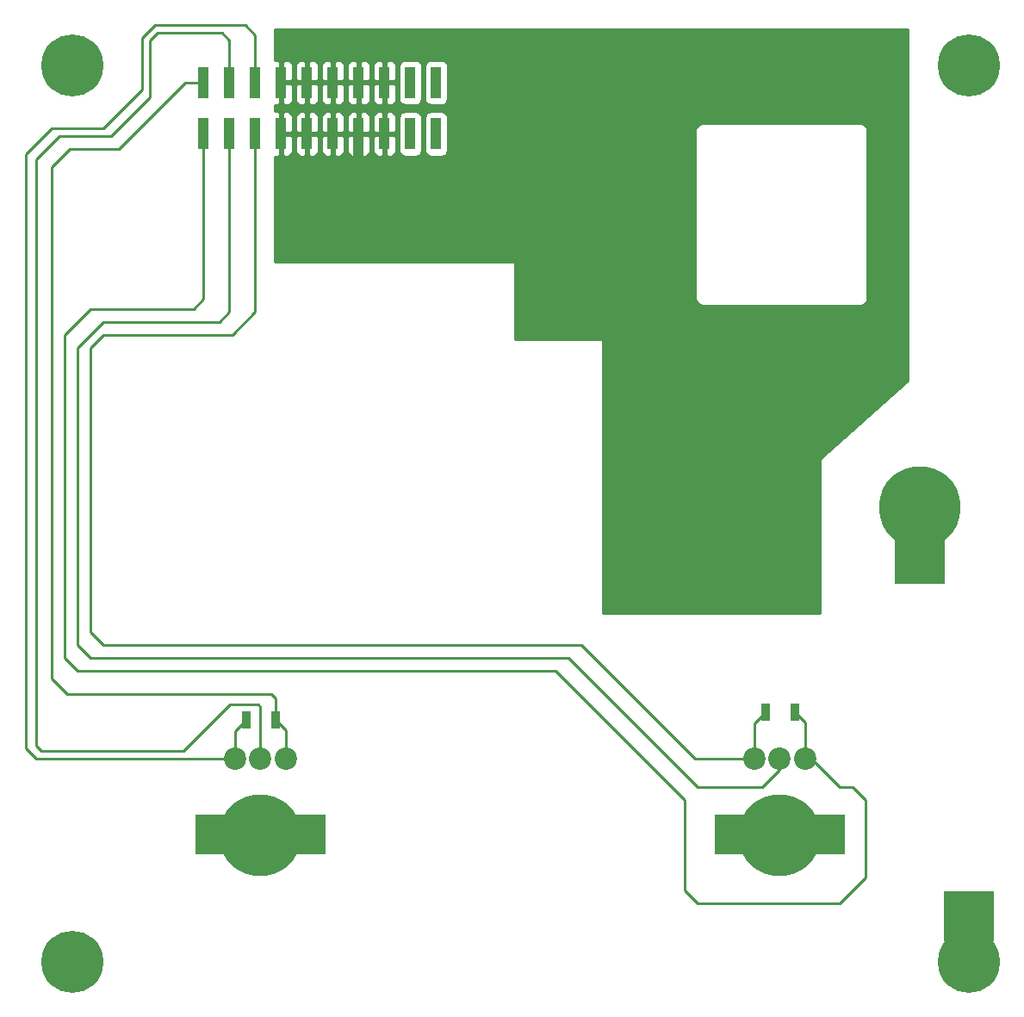
<source format=gbl>
G04 #@! TF.FileFunction,Copper,L2,Bot,Signal*
%FSLAX46Y46*%
G04 Gerber Fmt 4.6, Leading zero omitted, Abs format (unit mm)*
G04 Created by KiCad (PCBNEW 4.0.7) date 11/11/19 23:51:16*
%MOMM*%
%LPD*%
G01*
G04 APERTURE LIST*
%ADD10C,0.100000*%
%ADD11R,5.000000X5.000000*%
%ADD12C,8.000000*%
%ADD13R,4.000000X4.000000*%
%ADD14C,2.200000*%
%ADD15C,6.096000*%
%ADD16R,0.900000X1.700000*%
%ADD17R,1.000000X3.150000*%
%ADD18C,0.250000*%
%ADD19C,1.000000*%
%ADD20C,0.254000*%
G04 APERTURE END LIST*
D10*
D11*
X246507000Y-83896200D03*
D12*
X246507000Y-78816200D03*
X227711000Y-78816200D03*
X181711600Y-111023400D03*
D13*
X177297000Y-110959900D03*
X186118500Y-110959900D03*
D14*
X179197000Y-103530400D03*
X181697000Y-103530400D03*
X184197000Y-103530400D03*
X235251000Y-103530400D03*
X232751000Y-103530400D03*
X230251000Y-103530400D03*
D13*
X237172500Y-110959900D03*
X228351000Y-110959900D03*
D12*
X232765600Y-111023400D03*
D15*
X163245800Y-35382200D03*
X251333000Y-123469400D03*
X251333000Y-35382200D03*
X163245800Y-123469400D03*
D16*
X180287000Y-99695000D03*
X183187000Y-99695000D03*
X234241000Y-98933000D03*
X231341000Y-98933000D03*
D17*
X176123600Y-37022800D03*
X176123600Y-42072800D03*
X178663600Y-37022800D03*
X178663600Y-42072800D03*
X181203600Y-37022800D03*
X181203600Y-42072800D03*
X183743600Y-37022800D03*
X183743600Y-42072800D03*
X186283600Y-37022800D03*
X186283600Y-42072800D03*
X188823600Y-37022800D03*
X188823600Y-42072800D03*
X191363600Y-37022800D03*
X191363600Y-42072800D03*
X193903600Y-37022800D03*
X193903600Y-42072800D03*
X196443600Y-37022800D03*
X196443600Y-42072800D03*
X198983600Y-37022800D03*
X198983600Y-42072800D03*
D11*
X251333000Y-118999000D03*
D18*
X235251000Y-103530400D02*
X235864400Y-103530400D01*
X235864400Y-103530400D02*
X238633000Y-106299000D01*
X176123600Y-58318400D02*
X176123600Y-42072800D01*
X175133000Y-59309000D02*
X176123600Y-58318400D01*
X164973000Y-59309000D02*
X175133000Y-59309000D01*
X162433000Y-61849000D02*
X164973000Y-59309000D01*
X162433000Y-93599000D02*
X162433000Y-61849000D01*
X163703000Y-94869000D02*
X162433000Y-93599000D01*
X210693000Y-94869000D02*
X163703000Y-94869000D01*
X223393000Y-107569000D02*
X210693000Y-94869000D01*
X223393000Y-116459000D02*
X223393000Y-107569000D01*
X224663000Y-117729000D02*
X223393000Y-116459000D01*
X238633000Y-117729000D02*
X224663000Y-117729000D01*
X241173000Y-115189000D02*
X238633000Y-117729000D01*
X241173000Y-107569000D02*
X241173000Y-115189000D01*
X239903000Y-106299000D02*
X241173000Y-107569000D01*
X238633000Y-106299000D02*
X239903000Y-106299000D01*
X235251000Y-103530400D02*
X235251000Y-99943000D01*
X235251000Y-99943000D02*
X234241000Y-98933000D01*
X232751000Y-103530400D02*
X232751000Y-104561000D01*
X232751000Y-104561000D02*
X231013000Y-106299000D01*
X231013000Y-106299000D02*
X224663000Y-106299000D01*
X224663000Y-106299000D02*
X211963000Y-93599000D01*
X211963000Y-93599000D02*
X164973000Y-93599000D01*
X164973000Y-93599000D02*
X163703000Y-92329000D01*
X163703000Y-92329000D02*
X163703000Y-63119000D01*
X163703000Y-63119000D02*
X166243000Y-60579000D01*
X166243000Y-60579000D02*
X177673000Y-60579000D01*
X177673000Y-60579000D02*
X178663600Y-59588400D01*
X178663600Y-59588400D02*
X178663600Y-42072800D01*
X230251000Y-103530400D02*
X230251000Y-100023000D01*
X230251000Y-100023000D02*
X231341000Y-98933000D01*
X230251000Y-103530400D02*
X224434400Y-103530400D01*
X181203600Y-59588400D02*
X181203600Y-42072800D01*
X178943000Y-61849000D02*
X181203600Y-59588400D01*
X166243000Y-61849000D02*
X178943000Y-61849000D01*
X164973000Y-63119000D02*
X166243000Y-61849000D01*
X164973000Y-91059000D02*
X164973000Y-63119000D01*
X166243000Y-92329000D02*
X164973000Y-91059000D01*
X213233000Y-92329000D02*
X166243000Y-92329000D01*
X224434400Y-103530400D02*
X213233000Y-92329000D01*
X246507000Y-78816200D02*
X246507000Y-83896200D01*
D19*
X191363600Y-42072800D02*
X191363600Y-47345600D01*
X227711000Y-65913000D02*
X227711000Y-78816200D01*
X212217000Y-50419000D02*
X227711000Y-65913000D01*
X194437000Y-50419000D02*
X212217000Y-50419000D01*
X191363600Y-47345600D02*
X194437000Y-50419000D01*
D18*
X179197000Y-103530400D02*
X179197000Y-100785000D01*
X179197000Y-100785000D02*
X180287000Y-99695000D01*
X179197000Y-103530400D02*
X159664400Y-103530400D01*
X181203600Y-32359600D02*
X181203600Y-37022800D01*
X180213000Y-31369000D02*
X181203600Y-32359600D01*
X171323000Y-31369000D02*
X180213000Y-31369000D01*
X170053000Y-32639000D02*
X171323000Y-31369000D01*
X170053000Y-37719000D02*
X170053000Y-32639000D01*
X166243000Y-41529000D02*
X170053000Y-37719000D01*
X161163000Y-41529000D02*
X166243000Y-41529000D01*
X158623000Y-44069000D02*
X161163000Y-41529000D01*
X158623000Y-102489000D02*
X158623000Y-44069000D01*
X159664400Y-103530400D02*
X158623000Y-102489000D01*
X183187000Y-99695000D02*
X183187000Y-97589000D01*
X174305200Y-37022800D02*
X176123600Y-37022800D01*
X167767000Y-43561000D02*
X174305200Y-37022800D01*
X162941000Y-43561000D02*
X167767000Y-43561000D01*
X161163000Y-45339000D02*
X162941000Y-43561000D01*
X161163000Y-95631000D02*
X161163000Y-45339000D01*
X162687000Y-97155000D02*
X161163000Y-95631000D01*
X182753000Y-97155000D02*
X162687000Y-97155000D01*
X183187000Y-97589000D02*
X182753000Y-97155000D01*
X184197000Y-103530400D02*
X184197000Y-100705000D01*
X184197000Y-100705000D02*
X183187000Y-99695000D01*
X181697000Y-103530400D02*
X181697000Y-98385000D01*
X178663600Y-32867600D02*
X178663600Y-37022800D01*
X177927000Y-32131000D02*
X178663600Y-32867600D01*
X171577000Y-32131000D02*
X177927000Y-32131000D01*
X170815000Y-32893000D02*
X171577000Y-32131000D01*
X170815000Y-38481000D02*
X170815000Y-32893000D01*
X167005000Y-42291000D02*
X170815000Y-38481000D01*
X161925000Y-42291000D02*
X167005000Y-42291000D01*
X159639000Y-44577000D02*
X161925000Y-42291000D01*
X159639000Y-102235000D02*
X159639000Y-44577000D01*
X160147000Y-102743000D02*
X159639000Y-102235000D01*
X174117000Y-102743000D02*
X160147000Y-102743000D01*
X178689000Y-98171000D02*
X174117000Y-102743000D01*
X181483000Y-98171000D02*
X178689000Y-98171000D01*
X181697000Y-98385000D02*
X181483000Y-98171000D01*
D20*
G36*
X245364000Y-66363689D02*
X236770974Y-73945771D01*
X236740545Y-73985964D01*
X236728000Y-74041000D01*
X236728000Y-89154000D01*
X215392000Y-89154000D01*
X215392000Y-62357000D01*
X215381994Y-62307590D01*
X215353553Y-62265965D01*
X215311159Y-62238685D01*
X215265000Y-62230000D01*
X206756000Y-62230000D01*
X206756000Y-54737000D01*
X206745994Y-54687590D01*
X206717553Y-54645965D01*
X206675159Y-54618685D01*
X206629000Y-54610000D01*
X183134000Y-54610000D01*
X183134000Y-44282800D01*
X183457850Y-44282800D01*
X183616600Y-44124050D01*
X183616600Y-42199800D01*
X183870600Y-42199800D01*
X183870600Y-44124050D01*
X184029350Y-44282800D01*
X184369910Y-44282800D01*
X184603299Y-44186127D01*
X184781927Y-44007498D01*
X184878600Y-43774109D01*
X184878600Y-42358550D01*
X185148600Y-42358550D01*
X185148600Y-43774109D01*
X185245273Y-44007498D01*
X185423901Y-44186127D01*
X185657290Y-44282800D01*
X185997850Y-44282800D01*
X186156600Y-44124050D01*
X186156600Y-42199800D01*
X186410600Y-42199800D01*
X186410600Y-44124050D01*
X186569350Y-44282800D01*
X186909910Y-44282800D01*
X187143299Y-44186127D01*
X187321927Y-44007498D01*
X187418600Y-43774109D01*
X187418600Y-42358550D01*
X187688600Y-42358550D01*
X187688600Y-43774109D01*
X187785273Y-44007498D01*
X187963901Y-44186127D01*
X188197290Y-44282800D01*
X188537850Y-44282800D01*
X188696600Y-44124050D01*
X188696600Y-42199800D01*
X188950600Y-42199800D01*
X188950600Y-44124050D01*
X189109350Y-44282800D01*
X189449910Y-44282800D01*
X189683299Y-44186127D01*
X189861927Y-44007498D01*
X189958600Y-43774109D01*
X189958600Y-42358550D01*
X190228600Y-42358550D01*
X190228600Y-43774109D01*
X190325273Y-44007498D01*
X190503901Y-44186127D01*
X190737290Y-44282800D01*
X191077850Y-44282800D01*
X191236600Y-44124050D01*
X191236600Y-42199800D01*
X191490600Y-42199800D01*
X191490600Y-44124050D01*
X191649350Y-44282800D01*
X191989910Y-44282800D01*
X192223299Y-44186127D01*
X192401927Y-44007498D01*
X192498600Y-43774109D01*
X192498600Y-42358550D01*
X192768600Y-42358550D01*
X192768600Y-43774109D01*
X192865273Y-44007498D01*
X193043901Y-44186127D01*
X193277290Y-44282800D01*
X193617850Y-44282800D01*
X193776600Y-44124050D01*
X193776600Y-42199800D01*
X194030600Y-42199800D01*
X194030600Y-44124050D01*
X194189350Y-44282800D01*
X194529910Y-44282800D01*
X194763299Y-44186127D01*
X194941927Y-44007498D01*
X195038600Y-43774109D01*
X195038600Y-42358550D01*
X194879850Y-42199800D01*
X194030600Y-42199800D01*
X193776600Y-42199800D01*
X192927350Y-42199800D01*
X192768600Y-42358550D01*
X192498600Y-42358550D01*
X192339850Y-42199800D01*
X191490600Y-42199800D01*
X191236600Y-42199800D01*
X190387350Y-42199800D01*
X190228600Y-42358550D01*
X189958600Y-42358550D01*
X189799850Y-42199800D01*
X188950600Y-42199800D01*
X188696600Y-42199800D01*
X187847350Y-42199800D01*
X187688600Y-42358550D01*
X187418600Y-42358550D01*
X187259850Y-42199800D01*
X186410600Y-42199800D01*
X186156600Y-42199800D01*
X185307350Y-42199800D01*
X185148600Y-42358550D01*
X184878600Y-42358550D01*
X184719850Y-42199800D01*
X183870600Y-42199800D01*
X183616600Y-42199800D01*
X183596600Y-42199800D01*
X183596600Y-41945800D01*
X183616600Y-41945800D01*
X183616600Y-40021550D01*
X183870600Y-40021550D01*
X183870600Y-41945800D01*
X184719850Y-41945800D01*
X184878600Y-41787050D01*
X184878600Y-40371491D01*
X185148600Y-40371491D01*
X185148600Y-41787050D01*
X185307350Y-41945800D01*
X186156600Y-41945800D01*
X186156600Y-40021550D01*
X186410600Y-40021550D01*
X186410600Y-41945800D01*
X187259850Y-41945800D01*
X187418600Y-41787050D01*
X187418600Y-40371491D01*
X187688600Y-40371491D01*
X187688600Y-41787050D01*
X187847350Y-41945800D01*
X188696600Y-41945800D01*
X188696600Y-40021550D01*
X188950600Y-40021550D01*
X188950600Y-41945800D01*
X189799850Y-41945800D01*
X189958600Y-41787050D01*
X189958600Y-40371491D01*
X190228600Y-40371491D01*
X190228600Y-41787050D01*
X190387350Y-41945800D01*
X191236600Y-41945800D01*
X191236600Y-40021550D01*
X191490600Y-40021550D01*
X191490600Y-41945800D01*
X192339850Y-41945800D01*
X192498600Y-41787050D01*
X192498600Y-40371491D01*
X192768600Y-40371491D01*
X192768600Y-41787050D01*
X192927350Y-41945800D01*
X193776600Y-41945800D01*
X193776600Y-40021550D01*
X194030600Y-40021550D01*
X194030600Y-41945800D01*
X194879850Y-41945800D01*
X195038600Y-41787050D01*
X195038600Y-40497800D01*
X195296160Y-40497800D01*
X195296160Y-43647800D01*
X195340438Y-43883117D01*
X195479510Y-44099241D01*
X195691710Y-44244231D01*
X195943600Y-44295240D01*
X196943600Y-44295240D01*
X197178917Y-44250962D01*
X197395041Y-44111890D01*
X197540031Y-43899690D01*
X197591040Y-43647800D01*
X197591040Y-40497800D01*
X197836160Y-40497800D01*
X197836160Y-43647800D01*
X197880438Y-43883117D01*
X198019510Y-44099241D01*
X198231710Y-44244231D01*
X198483600Y-44295240D01*
X199483600Y-44295240D01*
X199718917Y-44250962D01*
X199935041Y-44111890D01*
X200080031Y-43899690D01*
X200131040Y-43647800D01*
X200131040Y-41732200D01*
X224461000Y-41732200D01*
X224461000Y-58242200D01*
X224515046Y-58513905D01*
X224668954Y-58744246D01*
X224899295Y-58898154D01*
X225171000Y-58952200D01*
X240665000Y-58952200D01*
X240936705Y-58898154D01*
X241167046Y-58744246D01*
X241320954Y-58513905D01*
X241375000Y-58242200D01*
X241372474Y-58229500D01*
X241375000Y-58216800D01*
X241375000Y-41732200D01*
X241320954Y-41460495D01*
X241167046Y-41230154D01*
X240936705Y-41076246D01*
X240665000Y-41022200D01*
X225171000Y-41022200D01*
X224899295Y-41076246D01*
X224668954Y-41230154D01*
X224515046Y-41460495D01*
X224461000Y-41732200D01*
X200131040Y-41732200D01*
X200131040Y-40497800D01*
X200086762Y-40262483D01*
X199947690Y-40046359D01*
X199735490Y-39901369D01*
X199483600Y-39850360D01*
X198483600Y-39850360D01*
X198248283Y-39894638D01*
X198032159Y-40033710D01*
X197887169Y-40245910D01*
X197836160Y-40497800D01*
X197591040Y-40497800D01*
X197546762Y-40262483D01*
X197407690Y-40046359D01*
X197195490Y-39901369D01*
X196943600Y-39850360D01*
X195943600Y-39850360D01*
X195708283Y-39894638D01*
X195492159Y-40033710D01*
X195347169Y-40245910D01*
X195296160Y-40497800D01*
X195038600Y-40497800D01*
X195038600Y-40371491D01*
X194941927Y-40138102D01*
X194763299Y-39959473D01*
X194529910Y-39862800D01*
X194189350Y-39862800D01*
X194030600Y-40021550D01*
X193776600Y-40021550D01*
X193617850Y-39862800D01*
X193277290Y-39862800D01*
X193043901Y-39959473D01*
X192865273Y-40138102D01*
X192768600Y-40371491D01*
X192498600Y-40371491D01*
X192401927Y-40138102D01*
X192223299Y-39959473D01*
X191989910Y-39862800D01*
X191649350Y-39862800D01*
X191490600Y-40021550D01*
X191236600Y-40021550D01*
X191077850Y-39862800D01*
X190737290Y-39862800D01*
X190503901Y-39959473D01*
X190325273Y-40138102D01*
X190228600Y-40371491D01*
X189958600Y-40371491D01*
X189861927Y-40138102D01*
X189683299Y-39959473D01*
X189449910Y-39862800D01*
X189109350Y-39862800D01*
X188950600Y-40021550D01*
X188696600Y-40021550D01*
X188537850Y-39862800D01*
X188197290Y-39862800D01*
X187963901Y-39959473D01*
X187785273Y-40138102D01*
X187688600Y-40371491D01*
X187418600Y-40371491D01*
X187321927Y-40138102D01*
X187143299Y-39959473D01*
X186909910Y-39862800D01*
X186569350Y-39862800D01*
X186410600Y-40021550D01*
X186156600Y-40021550D01*
X185997850Y-39862800D01*
X185657290Y-39862800D01*
X185423901Y-39959473D01*
X185245273Y-40138102D01*
X185148600Y-40371491D01*
X184878600Y-40371491D01*
X184781927Y-40138102D01*
X184603299Y-39959473D01*
X184369910Y-39862800D01*
X184029350Y-39862800D01*
X183870600Y-40021550D01*
X183616600Y-40021550D01*
X183457850Y-39862800D01*
X183134000Y-39862800D01*
X183134000Y-39232800D01*
X183457850Y-39232800D01*
X183616600Y-39074050D01*
X183616600Y-37149800D01*
X183870600Y-37149800D01*
X183870600Y-39074050D01*
X184029350Y-39232800D01*
X184369910Y-39232800D01*
X184603299Y-39136127D01*
X184781927Y-38957498D01*
X184878600Y-38724109D01*
X184878600Y-37308550D01*
X185148600Y-37308550D01*
X185148600Y-38724109D01*
X185245273Y-38957498D01*
X185423901Y-39136127D01*
X185657290Y-39232800D01*
X185997850Y-39232800D01*
X186156600Y-39074050D01*
X186156600Y-37149800D01*
X186410600Y-37149800D01*
X186410600Y-39074050D01*
X186569350Y-39232800D01*
X186909910Y-39232800D01*
X187143299Y-39136127D01*
X187321927Y-38957498D01*
X187418600Y-38724109D01*
X187418600Y-37308550D01*
X187688600Y-37308550D01*
X187688600Y-38724109D01*
X187785273Y-38957498D01*
X187963901Y-39136127D01*
X188197290Y-39232800D01*
X188537850Y-39232800D01*
X188696600Y-39074050D01*
X188696600Y-37149800D01*
X188950600Y-37149800D01*
X188950600Y-39074050D01*
X189109350Y-39232800D01*
X189449910Y-39232800D01*
X189683299Y-39136127D01*
X189861927Y-38957498D01*
X189958600Y-38724109D01*
X189958600Y-37308550D01*
X190228600Y-37308550D01*
X190228600Y-38724109D01*
X190325273Y-38957498D01*
X190503901Y-39136127D01*
X190737290Y-39232800D01*
X191077850Y-39232800D01*
X191236600Y-39074050D01*
X191236600Y-37149800D01*
X191490600Y-37149800D01*
X191490600Y-39074050D01*
X191649350Y-39232800D01*
X191989910Y-39232800D01*
X192223299Y-39136127D01*
X192401927Y-38957498D01*
X192498600Y-38724109D01*
X192498600Y-37308550D01*
X192768600Y-37308550D01*
X192768600Y-38724109D01*
X192865273Y-38957498D01*
X193043901Y-39136127D01*
X193277290Y-39232800D01*
X193617850Y-39232800D01*
X193776600Y-39074050D01*
X193776600Y-37149800D01*
X194030600Y-37149800D01*
X194030600Y-39074050D01*
X194189350Y-39232800D01*
X194529910Y-39232800D01*
X194763299Y-39136127D01*
X194941927Y-38957498D01*
X195038600Y-38724109D01*
X195038600Y-37308550D01*
X194879850Y-37149800D01*
X194030600Y-37149800D01*
X193776600Y-37149800D01*
X192927350Y-37149800D01*
X192768600Y-37308550D01*
X192498600Y-37308550D01*
X192339850Y-37149800D01*
X191490600Y-37149800D01*
X191236600Y-37149800D01*
X190387350Y-37149800D01*
X190228600Y-37308550D01*
X189958600Y-37308550D01*
X189799850Y-37149800D01*
X188950600Y-37149800D01*
X188696600Y-37149800D01*
X187847350Y-37149800D01*
X187688600Y-37308550D01*
X187418600Y-37308550D01*
X187259850Y-37149800D01*
X186410600Y-37149800D01*
X186156600Y-37149800D01*
X185307350Y-37149800D01*
X185148600Y-37308550D01*
X184878600Y-37308550D01*
X184719850Y-37149800D01*
X183870600Y-37149800D01*
X183616600Y-37149800D01*
X183596600Y-37149800D01*
X183596600Y-36895800D01*
X183616600Y-36895800D01*
X183616600Y-34971550D01*
X183870600Y-34971550D01*
X183870600Y-36895800D01*
X184719850Y-36895800D01*
X184878600Y-36737050D01*
X184878600Y-35321491D01*
X185148600Y-35321491D01*
X185148600Y-36737050D01*
X185307350Y-36895800D01*
X186156600Y-36895800D01*
X186156600Y-34971550D01*
X186410600Y-34971550D01*
X186410600Y-36895800D01*
X187259850Y-36895800D01*
X187418600Y-36737050D01*
X187418600Y-35321491D01*
X187688600Y-35321491D01*
X187688600Y-36737050D01*
X187847350Y-36895800D01*
X188696600Y-36895800D01*
X188696600Y-34971550D01*
X188950600Y-34971550D01*
X188950600Y-36895800D01*
X189799850Y-36895800D01*
X189958600Y-36737050D01*
X189958600Y-35321491D01*
X190228600Y-35321491D01*
X190228600Y-36737050D01*
X190387350Y-36895800D01*
X191236600Y-36895800D01*
X191236600Y-34971550D01*
X191490600Y-34971550D01*
X191490600Y-36895800D01*
X192339850Y-36895800D01*
X192498600Y-36737050D01*
X192498600Y-35321491D01*
X192768600Y-35321491D01*
X192768600Y-36737050D01*
X192927350Y-36895800D01*
X193776600Y-36895800D01*
X193776600Y-34971550D01*
X194030600Y-34971550D01*
X194030600Y-36895800D01*
X194879850Y-36895800D01*
X195038600Y-36737050D01*
X195038600Y-35447800D01*
X195296160Y-35447800D01*
X195296160Y-38597800D01*
X195340438Y-38833117D01*
X195479510Y-39049241D01*
X195691710Y-39194231D01*
X195943600Y-39245240D01*
X196943600Y-39245240D01*
X197178917Y-39200962D01*
X197395041Y-39061890D01*
X197540031Y-38849690D01*
X197591040Y-38597800D01*
X197591040Y-35447800D01*
X197836160Y-35447800D01*
X197836160Y-38597800D01*
X197880438Y-38833117D01*
X198019510Y-39049241D01*
X198231710Y-39194231D01*
X198483600Y-39245240D01*
X199483600Y-39245240D01*
X199718917Y-39200962D01*
X199935041Y-39061890D01*
X200080031Y-38849690D01*
X200131040Y-38597800D01*
X200131040Y-35447800D01*
X200086762Y-35212483D01*
X199947690Y-34996359D01*
X199735490Y-34851369D01*
X199483600Y-34800360D01*
X198483600Y-34800360D01*
X198248283Y-34844638D01*
X198032159Y-34983710D01*
X197887169Y-35195910D01*
X197836160Y-35447800D01*
X197591040Y-35447800D01*
X197546762Y-35212483D01*
X197407690Y-34996359D01*
X197195490Y-34851369D01*
X196943600Y-34800360D01*
X195943600Y-34800360D01*
X195708283Y-34844638D01*
X195492159Y-34983710D01*
X195347169Y-35195910D01*
X195296160Y-35447800D01*
X195038600Y-35447800D01*
X195038600Y-35321491D01*
X194941927Y-35088102D01*
X194763299Y-34909473D01*
X194529910Y-34812800D01*
X194189350Y-34812800D01*
X194030600Y-34971550D01*
X193776600Y-34971550D01*
X193617850Y-34812800D01*
X193277290Y-34812800D01*
X193043901Y-34909473D01*
X192865273Y-35088102D01*
X192768600Y-35321491D01*
X192498600Y-35321491D01*
X192401927Y-35088102D01*
X192223299Y-34909473D01*
X191989910Y-34812800D01*
X191649350Y-34812800D01*
X191490600Y-34971550D01*
X191236600Y-34971550D01*
X191077850Y-34812800D01*
X190737290Y-34812800D01*
X190503901Y-34909473D01*
X190325273Y-35088102D01*
X190228600Y-35321491D01*
X189958600Y-35321491D01*
X189861927Y-35088102D01*
X189683299Y-34909473D01*
X189449910Y-34812800D01*
X189109350Y-34812800D01*
X188950600Y-34971550D01*
X188696600Y-34971550D01*
X188537850Y-34812800D01*
X188197290Y-34812800D01*
X187963901Y-34909473D01*
X187785273Y-35088102D01*
X187688600Y-35321491D01*
X187418600Y-35321491D01*
X187321927Y-35088102D01*
X187143299Y-34909473D01*
X186909910Y-34812800D01*
X186569350Y-34812800D01*
X186410600Y-34971550D01*
X186156600Y-34971550D01*
X185997850Y-34812800D01*
X185657290Y-34812800D01*
X185423901Y-34909473D01*
X185245273Y-35088102D01*
X185148600Y-35321491D01*
X184878600Y-35321491D01*
X184781927Y-35088102D01*
X184603299Y-34909473D01*
X184369910Y-34812800D01*
X184029350Y-34812800D01*
X183870600Y-34971550D01*
X183616600Y-34971550D01*
X183457850Y-34812800D01*
X183134000Y-34812800D01*
X183134000Y-31750000D01*
X245364000Y-31750000D01*
X245364000Y-66363689D01*
X245364000Y-66363689D01*
G37*
X245364000Y-66363689D02*
X236770974Y-73945771D01*
X236740545Y-73985964D01*
X236728000Y-74041000D01*
X236728000Y-89154000D01*
X215392000Y-89154000D01*
X215392000Y-62357000D01*
X215381994Y-62307590D01*
X215353553Y-62265965D01*
X215311159Y-62238685D01*
X215265000Y-62230000D01*
X206756000Y-62230000D01*
X206756000Y-54737000D01*
X206745994Y-54687590D01*
X206717553Y-54645965D01*
X206675159Y-54618685D01*
X206629000Y-54610000D01*
X183134000Y-54610000D01*
X183134000Y-44282800D01*
X183457850Y-44282800D01*
X183616600Y-44124050D01*
X183616600Y-42199800D01*
X183870600Y-42199800D01*
X183870600Y-44124050D01*
X184029350Y-44282800D01*
X184369910Y-44282800D01*
X184603299Y-44186127D01*
X184781927Y-44007498D01*
X184878600Y-43774109D01*
X184878600Y-42358550D01*
X185148600Y-42358550D01*
X185148600Y-43774109D01*
X185245273Y-44007498D01*
X185423901Y-44186127D01*
X185657290Y-44282800D01*
X185997850Y-44282800D01*
X186156600Y-44124050D01*
X186156600Y-42199800D01*
X186410600Y-42199800D01*
X186410600Y-44124050D01*
X186569350Y-44282800D01*
X186909910Y-44282800D01*
X187143299Y-44186127D01*
X187321927Y-44007498D01*
X187418600Y-43774109D01*
X187418600Y-42358550D01*
X187688600Y-42358550D01*
X187688600Y-43774109D01*
X187785273Y-44007498D01*
X187963901Y-44186127D01*
X188197290Y-44282800D01*
X188537850Y-44282800D01*
X188696600Y-44124050D01*
X188696600Y-42199800D01*
X188950600Y-42199800D01*
X188950600Y-44124050D01*
X189109350Y-44282800D01*
X189449910Y-44282800D01*
X189683299Y-44186127D01*
X189861927Y-44007498D01*
X189958600Y-43774109D01*
X189958600Y-42358550D01*
X190228600Y-42358550D01*
X190228600Y-43774109D01*
X190325273Y-44007498D01*
X190503901Y-44186127D01*
X190737290Y-44282800D01*
X191077850Y-44282800D01*
X191236600Y-44124050D01*
X191236600Y-42199800D01*
X191490600Y-42199800D01*
X191490600Y-44124050D01*
X191649350Y-44282800D01*
X191989910Y-44282800D01*
X192223299Y-44186127D01*
X192401927Y-44007498D01*
X192498600Y-43774109D01*
X192498600Y-42358550D01*
X192768600Y-42358550D01*
X192768600Y-43774109D01*
X192865273Y-44007498D01*
X193043901Y-44186127D01*
X193277290Y-44282800D01*
X193617850Y-44282800D01*
X193776600Y-44124050D01*
X193776600Y-42199800D01*
X194030600Y-42199800D01*
X194030600Y-44124050D01*
X194189350Y-44282800D01*
X194529910Y-44282800D01*
X194763299Y-44186127D01*
X194941927Y-44007498D01*
X195038600Y-43774109D01*
X195038600Y-42358550D01*
X194879850Y-42199800D01*
X194030600Y-42199800D01*
X193776600Y-42199800D01*
X192927350Y-42199800D01*
X192768600Y-42358550D01*
X192498600Y-42358550D01*
X192339850Y-42199800D01*
X191490600Y-42199800D01*
X191236600Y-42199800D01*
X190387350Y-42199800D01*
X190228600Y-42358550D01*
X189958600Y-42358550D01*
X189799850Y-42199800D01*
X188950600Y-42199800D01*
X188696600Y-42199800D01*
X187847350Y-42199800D01*
X187688600Y-42358550D01*
X187418600Y-42358550D01*
X187259850Y-42199800D01*
X186410600Y-42199800D01*
X186156600Y-42199800D01*
X185307350Y-42199800D01*
X185148600Y-42358550D01*
X184878600Y-42358550D01*
X184719850Y-42199800D01*
X183870600Y-42199800D01*
X183616600Y-42199800D01*
X183596600Y-42199800D01*
X183596600Y-41945800D01*
X183616600Y-41945800D01*
X183616600Y-40021550D01*
X183870600Y-40021550D01*
X183870600Y-41945800D01*
X184719850Y-41945800D01*
X184878600Y-41787050D01*
X184878600Y-40371491D01*
X185148600Y-40371491D01*
X185148600Y-41787050D01*
X185307350Y-41945800D01*
X186156600Y-41945800D01*
X186156600Y-40021550D01*
X186410600Y-40021550D01*
X186410600Y-41945800D01*
X187259850Y-41945800D01*
X187418600Y-41787050D01*
X187418600Y-40371491D01*
X187688600Y-40371491D01*
X187688600Y-41787050D01*
X187847350Y-41945800D01*
X188696600Y-41945800D01*
X188696600Y-40021550D01*
X188950600Y-40021550D01*
X188950600Y-41945800D01*
X189799850Y-41945800D01*
X189958600Y-41787050D01*
X189958600Y-40371491D01*
X190228600Y-40371491D01*
X190228600Y-41787050D01*
X190387350Y-41945800D01*
X191236600Y-41945800D01*
X191236600Y-40021550D01*
X191490600Y-40021550D01*
X191490600Y-41945800D01*
X192339850Y-41945800D01*
X192498600Y-41787050D01*
X192498600Y-40371491D01*
X192768600Y-40371491D01*
X192768600Y-41787050D01*
X192927350Y-41945800D01*
X193776600Y-41945800D01*
X193776600Y-40021550D01*
X194030600Y-40021550D01*
X194030600Y-41945800D01*
X194879850Y-41945800D01*
X195038600Y-41787050D01*
X195038600Y-40497800D01*
X195296160Y-40497800D01*
X195296160Y-43647800D01*
X195340438Y-43883117D01*
X195479510Y-44099241D01*
X195691710Y-44244231D01*
X195943600Y-44295240D01*
X196943600Y-44295240D01*
X197178917Y-44250962D01*
X197395041Y-44111890D01*
X197540031Y-43899690D01*
X197591040Y-43647800D01*
X197591040Y-40497800D01*
X197836160Y-40497800D01*
X197836160Y-43647800D01*
X197880438Y-43883117D01*
X198019510Y-44099241D01*
X198231710Y-44244231D01*
X198483600Y-44295240D01*
X199483600Y-44295240D01*
X199718917Y-44250962D01*
X199935041Y-44111890D01*
X200080031Y-43899690D01*
X200131040Y-43647800D01*
X200131040Y-41732200D01*
X224461000Y-41732200D01*
X224461000Y-58242200D01*
X224515046Y-58513905D01*
X224668954Y-58744246D01*
X224899295Y-58898154D01*
X225171000Y-58952200D01*
X240665000Y-58952200D01*
X240936705Y-58898154D01*
X241167046Y-58744246D01*
X241320954Y-58513905D01*
X241375000Y-58242200D01*
X241372474Y-58229500D01*
X241375000Y-58216800D01*
X241375000Y-41732200D01*
X241320954Y-41460495D01*
X241167046Y-41230154D01*
X240936705Y-41076246D01*
X240665000Y-41022200D01*
X225171000Y-41022200D01*
X224899295Y-41076246D01*
X224668954Y-41230154D01*
X224515046Y-41460495D01*
X224461000Y-41732200D01*
X200131040Y-41732200D01*
X200131040Y-40497800D01*
X200086762Y-40262483D01*
X199947690Y-40046359D01*
X199735490Y-39901369D01*
X199483600Y-39850360D01*
X198483600Y-39850360D01*
X198248283Y-39894638D01*
X198032159Y-40033710D01*
X197887169Y-40245910D01*
X197836160Y-40497800D01*
X197591040Y-40497800D01*
X197546762Y-40262483D01*
X197407690Y-40046359D01*
X197195490Y-39901369D01*
X196943600Y-39850360D01*
X195943600Y-39850360D01*
X195708283Y-39894638D01*
X195492159Y-40033710D01*
X195347169Y-40245910D01*
X195296160Y-40497800D01*
X195038600Y-40497800D01*
X195038600Y-40371491D01*
X194941927Y-40138102D01*
X194763299Y-39959473D01*
X194529910Y-39862800D01*
X194189350Y-39862800D01*
X194030600Y-40021550D01*
X193776600Y-40021550D01*
X193617850Y-39862800D01*
X193277290Y-39862800D01*
X193043901Y-39959473D01*
X192865273Y-40138102D01*
X192768600Y-40371491D01*
X192498600Y-40371491D01*
X192401927Y-40138102D01*
X192223299Y-39959473D01*
X191989910Y-39862800D01*
X191649350Y-39862800D01*
X191490600Y-40021550D01*
X191236600Y-40021550D01*
X191077850Y-39862800D01*
X190737290Y-39862800D01*
X190503901Y-39959473D01*
X190325273Y-40138102D01*
X190228600Y-40371491D01*
X189958600Y-40371491D01*
X189861927Y-40138102D01*
X189683299Y-39959473D01*
X189449910Y-39862800D01*
X189109350Y-39862800D01*
X188950600Y-40021550D01*
X188696600Y-40021550D01*
X188537850Y-39862800D01*
X188197290Y-39862800D01*
X187963901Y-39959473D01*
X187785273Y-40138102D01*
X187688600Y-40371491D01*
X187418600Y-40371491D01*
X187321927Y-40138102D01*
X187143299Y-39959473D01*
X186909910Y-39862800D01*
X186569350Y-39862800D01*
X186410600Y-40021550D01*
X186156600Y-40021550D01*
X185997850Y-39862800D01*
X185657290Y-39862800D01*
X185423901Y-39959473D01*
X185245273Y-40138102D01*
X185148600Y-40371491D01*
X184878600Y-40371491D01*
X184781927Y-40138102D01*
X184603299Y-39959473D01*
X184369910Y-39862800D01*
X184029350Y-39862800D01*
X183870600Y-40021550D01*
X183616600Y-40021550D01*
X183457850Y-39862800D01*
X183134000Y-39862800D01*
X183134000Y-39232800D01*
X183457850Y-39232800D01*
X183616600Y-39074050D01*
X183616600Y-37149800D01*
X183870600Y-37149800D01*
X183870600Y-39074050D01*
X184029350Y-39232800D01*
X184369910Y-39232800D01*
X184603299Y-39136127D01*
X184781927Y-38957498D01*
X184878600Y-38724109D01*
X184878600Y-37308550D01*
X185148600Y-37308550D01*
X185148600Y-38724109D01*
X185245273Y-38957498D01*
X185423901Y-39136127D01*
X185657290Y-39232800D01*
X185997850Y-39232800D01*
X186156600Y-39074050D01*
X186156600Y-37149800D01*
X186410600Y-37149800D01*
X186410600Y-39074050D01*
X186569350Y-39232800D01*
X186909910Y-39232800D01*
X187143299Y-39136127D01*
X187321927Y-38957498D01*
X187418600Y-38724109D01*
X187418600Y-37308550D01*
X187688600Y-37308550D01*
X187688600Y-38724109D01*
X187785273Y-38957498D01*
X187963901Y-39136127D01*
X188197290Y-39232800D01*
X188537850Y-39232800D01*
X188696600Y-39074050D01*
X188696600Y-37149800D01*
X188950600Y-37149800D01*
X188950600Y-39074050D01*
X189109350Y-39232800D01*
X189449910Y-39232800D01*
X189683299Y-39136127D01*
X189861927Y-38957498D01*
X189958600Y-38724109D01*
X189958600Y-37308550D01*
X190228600Y-37308550D01*
X190228600Y-38724109D01*
X190325273Y-38957498D01*
X190503901Y-39136127D01*
X190737290Y-39232800D01*
X191077850Y-39232800D01*
X191236600Y-39074050D01*
X191236600Y-37149800D01*
X191490600Y-37149800D01*
X191490600Y-39074050D01*
X191649350Y-39232800D01*
X191989910Y-39232800D01*
X192223299Y-39136127D01*
X192401927Y-38957498D01*
X192498600Y-38724109D01*
X192498600Y-37308550D01*
X192768600Y-37308550D01*
X192768600Y-38724109D01*
X192865273Y-38957498D01*
X193043901Y-39136127D01*
X193277290Y-39232800D01*
X193617850Y-39232800D01*
X193776600Y-39074050D01*
X193776600Y-37149800D01*
X194030600Y-37149800D01*
X194030600Y-39074050D01*
X194189350Y-39232800D01*
X194529910Y-39232800D01*
X194763299Y-39136127D01*
X194941927Y-38957498D01*
X195038600Y-38724109D01*
X195038600Y-37308550D01*
X194879850Y-37149800D01*
X194030600Y-37149800D01*
X193776600Y-37149800D01*
X192927350Y-37149800D01*
X192768600Y-37308550D01*
X192498600Y-37308550D01*
X192339850Y-37149800D01*
X191490600Y-37149800D01*
X191236600Y-37149800D01*
X190387350Y-37149800D01*
X190228600Y-37308550D01*
X189958600Y-37308550D01*
X189799850Y-37149800D01*
X188950600Y-37149800D01*
X188696600Y-37149800D01*
X187847350Y-37149800D01*
X187688600Y-37308550D01*
X187418600Y-37308550D01*
X187259850Y-37149800D01*
X186410600Y-37149800D01*
X186156600Y-37149800D01*
X185307350Y-37149800D01*
X185148600Y-37308550D01*
X184878600Y-37308550D01*
X184719850Y-37149800D01*
X183870600Y-37149800D01*
X183616600Y-37149800D01*
X183596600Y-37149800D01*
X183596600Y-36895800D01*
X183616600Y-36895800D01*
X183616600Y-34971550D01*
X183870600Y-34971550D01*
X183870600Y-36895800D01*
X184719850Y-36895800D01*
X184878600Y-36737050D01*
X184878600Y-35321491D01*
X185148600Y-35321491D01*
X185148600Y-36737050D01*
X185307350Y-36895800D01*
X186156600Y-36895800D01*
X186156600Y-34971550D01*
X186410600Y-34971550D01*
X186410600Y-36895800D01*
X187259850Y-36895800D01*
X187418600Y-36737050D01*
X187418600Y-35321491D01*
X187688600Y-35321491D01*
X187688600Y-36737050D01*
X187847350Y-36895800D01*
X188696600Y-36895800D01*
X188696600Y-34971550D01*
X188950600Y-34971550D01*
X188950600Y-36895800D01*
X189799850Y-36895800D01*
X189958600Y-36737050D01*
X189958600Y-35321491D01*
X190228600Y-35321491D01*
X190228600Y-36737050D01*
X190387350Y-36895800D01*
X191236600Y-36895800D01*
X191236600Y-34971550D01*
X191490600Y-34971550D01*
X191490600Y-36895800D01*
X192339850Y-36895800D01*
X192498600Y-36737050D01*
X192498600Y-35321491D01*
X192768600Y-35321491D01*
X192768600Y-36737050D01*
X192927350Y-36895800D01*
X193776600Y-36895800D01*
X193776600Y-34971550D01*
X194030600Y-34971550D01*
X194030600Y-36895800D01*
X194879850Y-36895800D01*
X195038600Y-36737050D01*
X195038600Y-35447800D01*
X195296160Y-35447800D01*
X195296160Y-38597800D01*
X195340438Y-38833117D01*
X195479510Y-39049241D01*
X195691710Y-39194231D01*
X195943600Y-39245240D01*
X196943600Y-39245240D01*
X197178917Y-39200962D01*
X197395041Y-39061890D01*
X197540031Y-38849690D01*
X197591040Y-38597800D01*
X197591040Y-35447800D01*
X197836160Y-35447800D01*
X197836160Y-38597800D01*
X197880438Y-38833117D01*
X198019510Y-39049241D01*
X198231710Y-39194231D01*
X198483600Y-39245240D01*
X199483600Y-39245240D01*
X199718917Y-39200962D01*
X199935041Y-39061890D01*
X200080031Y-38849690D01*
X200131040Y-38597800D01*
X200131040Y-35447800D01*
X200086762Y-35212483D01*
X199947690Y-34996359D01*
X199735490Y-34851369D01*
X199483600Y-34800360D01*
X198483600Y-34800360D01*
X198248283Y-34844638D01*
X198032159Y-34983710D01*
X197887169Y-35195910D01*
X197836160Y-35447800D01*
X197591040Y-35447800D01*
X197546762Y-35212483D01*
X197407690Y-34996359D01*
X197195490Y-34851369D01*
X196943600Y-34800360D01*
X195943600Y-34800360D01*
X195708283Y-34844638D01*
X195492159Y-34983710D01*
X195347169Y-35195910D01*
X195296160Y-35447800D01*
X195038600Y-35447800D01*
X195038600Y-35321491D01*
X194941927Y-35088102D01*
X194763299Y-34909473D01*
X194529910Y-34812800D01*
X194189350Y-34812800D01*
X194030600Y-34971550D01*
X193776600Y-34971550D01*
X193617850Y-34812800D01*
X193277290Y-34812800D01*
X193043901Y-34909473D01*
X192865273Y-35088102D01*
X192768600Y-35321491D01*
X192498600Y-35321491D01*
X192401927Y-35088102D01*
X192223299Y-34909473D01*
X191989910Y-34812800D01*
X191649350Y-34812800D01*
X191490600Y-34971550D01*
X191236600Y-34971550D01*
X191077850Y-34812800D01*
X190737290Y-34812800D01*
X190503901Y-34909473D01*
X190325273Y-35088102D01*
X190228600Y-35321491D01*
X189958600Y-35321491D01*
X189861927Y-35088102D01*
X189683299Y-34909473D01*
X189449910Y-34812800D01*
X189109350Y-34812800D01*
X188950600Y-34971550D01*
X188696600Y-34971550D01*
X188537850Y-34812800D01*
X188197290Y-34812800D01*
X187963901Y-34909473D01*
X187785273Y-35088102D01*
X187688600Y-35321491D01*
X187418600Y-35321491D01*
X187321927Y-35088102D01*
X187143299Y-34909473D01*
X186909910Y-34812800D01*
X186569350Y-34812800D01*
X186410600Y-34971550D01*
X186156600Y-34971550D01*
X185997850Y-34812800D01*
X185657290Y-34812800D01*
X185423901Y-34909473D01*
X185245273Y-35088102D01*
X185148600Y-35321491D01*
X184878600Y-35321491D01*
X184781927Y-35088102D01*
X184603299Y-34909473D01*
X184369910Y-34812800D01*
X184029350Y-34812800D01*
X183870600Y-34971550D01*
X183616600Y-34971550D01*
X183457850Y-34812800D01*
X183134000Y-34812800D01*
X183134000Y-31750000D01*
X245364000Y-31750000D01*
X245364000Y-66363689D01*
M02*

</source>
